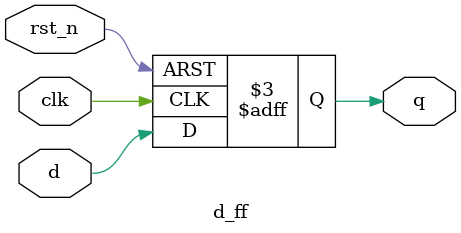
<source format=v>
module d_ff(q,d, clk, rst_n);
    input d;
    input clk;
    input rst_n;
    output q;
    reg q;

    always @(posedge clk or negedge rst_n)
        if (!rst_n)
            q<=1'b0;
        else
            q<=d;

endmodule
</source>
